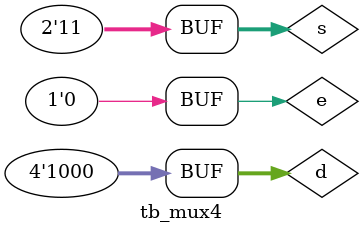
<source format=v>
module tb_mux4;
reg e;
reg [1:0] s;
reg [3:0] d;
wire y;

initial begin
    e = 1'b0;
    s = 2'b00;
    d = 4'b1110;
    
    #100;
    e = 1'b0;
    s = 2'b00;
    d = 4'b0001;
        
    #100;
    e = 1'b0;
    s = 2'b01;
    d = 4'b1101;

    #100;
    e = 1'b0;
    s = 2'b01;
    d = 4'b0010;

    #100;
    e = 1'b0;
    s = 2'b10;
    d = 4'b1011;

    #100;
    e = 1'b0;
    s = 2'b10;
    d = 4'b0100;       

    #100;
    e = 1'b0;
    s = 2'b11;
    d = 4'b0111;
    
    #100;
    e = 1'b0;
    s = 2'b11;
    d = 4'b1000;
end

mux4 dut(
    .enable(e),
    .signal(s),
    .data(d),
    .y(y)
    );

endmodule

</source>
